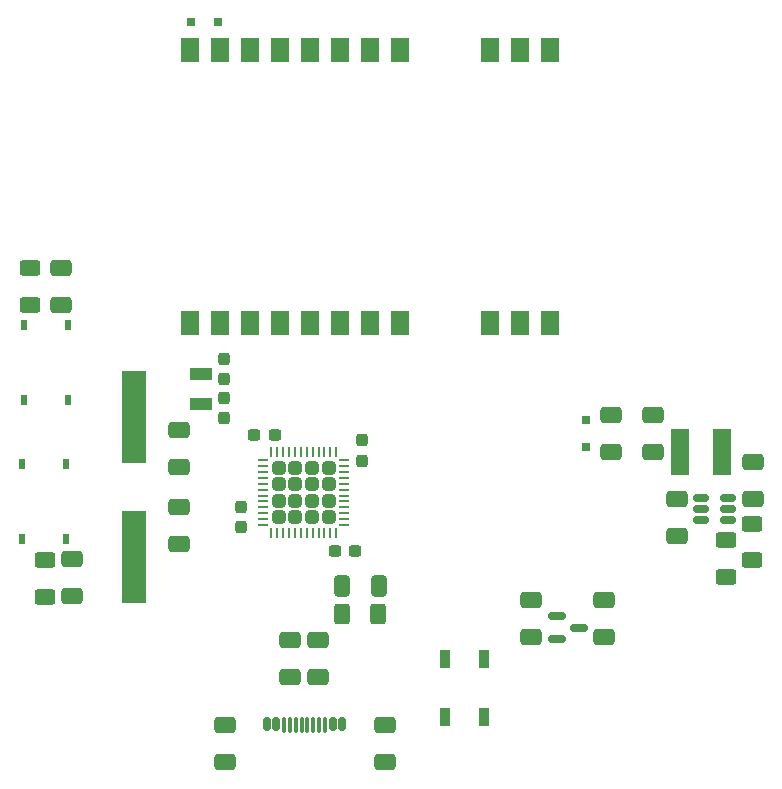
<source format=gtp>
G04 #@! TF.GenerationSoftware,KiCad,Pcbnew,8.0.5*
G04 #@! TF.CreationDate,2025-03-07T10:13:00-08:00*
G04 #@! TF.ProjectId,Telemetry PCB V2,54656c65-6d65-4747-9279-205043422056,rev?*
G04 #@! TF.SameCoordinates,Original*
G04 #@! TF.FileFunction,Paste,Top*
G04 #@! TF.FilePolarity,Positive*
%FSLAX46Y46*%
G04 Gerber Fmt 4.6, Leading zero omitted, Abs format (unit mm)*
G04 Created by KiCad (PCBNEW 8.0.5) date 2025-03-07 10:13:00*
%MOMM*%
%LPD*%
G01*
G04 APERTURE LIST*
G04 Aperture macros list*
%AMRoundRect*
0 Rectangle with rounded corners*
0 $1 Rounding radius*
0 $2 $3 $4 $5 $6 $7 $8 $9 X,Y pos of 4 corners*
0 Add a 4 corners polygon primitive as box body*
4,1,4,$2,$3,$4,$5,$6,$7,$8,$9,$2,$3,0*
0 Add four circle primitives for the rounded corners*
1,1,$1+$1,$2,$3*
1,1,$1+$1,$4,$5*
1,1,$1+$1,$6,$7*
1,1,$1+$1,$8,$9*
0 Add four rect primitives between the rounded corners*
20,1,$1+$1,$2,$3,$4,$5,0*
20,1,$1+$1,$4,$5,$6,$7,0*
20,1,$1+$1,$6,$7,$8,$9,0*
20,1,$1+$1,$8,$9,$2,$3,0*%
G04 Aperture macros list end*
%ADD10RoundRect,0.250000X0.650000X-0.412500X0.650000X0.412500X-0.650000X0.412500X-0.650000X-0.412500X0*%
%ADD11RoundRect,0.250000X-0.315000X-0.315000X0.315000X-0.315000X0.315000X0.315000X-0.315000X0.315000X0*%
%ADD12RoundRect,0.062500X-0.375000X-0.062500X0.375000X-0.062500X0.375000X0.062500X-0.375000X0.062500X0*%
%ADD13RoundRect,0.062500X-0.062500X-0.375000X0.062500X-0.375000X0.062500X0.375000X-0.062500X0.375000X0*%
%ADD14R,0.711200X0.711200*%
%ADD15RoundRect,0.250000X-0.625000X0.400000X-0.625000X-0.400000X0.625000X-0.400000X0.625000X0.400000X0*%
%ADD16RoundRect,0.237500X0.237500X-0.300000X0.237500X0.300000X-0.237500X0.300000X-0.237500X-0.300000X0*%
%ADD17RoundRect,0.150000X-0.150000X-0.435000X0.150000X-0.435000X0.150000X0.435000X-0.150000X0.435000X0*%
%ADD18RoundRect,0.150000X-0.150000X-0.447500X0.150000X-0.447500X0.150000X0.447500X-0.150000X0.447500X0*%
%ADD19RoundRect,0.075000X-0.075000X-0.575000X0.075000X-0.575000X0.075000X0.575000X-0.075000X0.575000X0*%
%ADD20RoundRect,0.250000X-0.650000X0.412500X-0.650000X-0.412500X0.650000X-0.412500X0.650000X0.412500X0*%
%ADD21R,1.498600X3.987800*%
%ADD22RoundRect,0.250000X0.625000X-0.400000X0.625000X0.400000X-0.625000X0.400000X-0.625000X-0.400000X0*%
%ADD23RoundRect,0.237500X-0.237500X0.300000X-0.237500X-0.300000X0.237500X-0.300000X0.237500X0.300000X0*%
%ADD24R,1.510000X2.080000*%
%ADD25R,0.558800X0.950500*%
%ADD26RoundRect,0.150000X-0.587500X-0.150000X0.587500X-0.150000X0.587500X0.150000X-0.587500X0.150000X0*%
%ADD27RoundRect,0.250000X0.400000X0.625000X-0.400000X0.625000X-0.400000X-0.625000X0.400000X-0.625000X0*%
%ADD28R,1.900000X1.100000*%
%ADD29R,2.000000X7.875000*%
%ADD30RoundRect,0.237500X-0.300000X-0.237500X0.300000X-0.237500X0.300000X0.237500X-0.300000X0.237500X0*%
%ADD31RoundRect,0.237500X0.300000X0.237500X-0.300000X0.237500X-0.300000X-0.237500X0.300000X-0.237500X0*%
%ADD32RoundRect,0.250000X0.412500X0.650000X-0.412500X0.650000X-0.412500X-0.650000X0.412500X-0.650000X0*%
%ADD33RoundRect,0.150000X-0.512500X-0.150000X0.512500X-0.150000X0.512500X0.150000X-0.512500X0.150000X0*%
%ADD34RoundRect,0.090000X0.360000X-0.660000X0.360000X0.660000X-0.360000X0.660000X-0.360000X-0.660000X0*%
G04 APERTURE END LIST*
D10*
X169875000Y-103579999D03*
X169875000Y-100454999D03*
D11*
X148512500Y-89260000D03*
X148512500Y-90660000D03*
X148512500Y-92060000D03*
X148512500Y-93460000D03*
X149912500Y-89260000D03*
X149912500Y-90660000D03*
X149912500Y-92060000D03*
X149912500Y-93460000D03*
X151312500Y-89260000D03*
X151312500Y-90660000D03*
X151312500Y-92060000D03*
X151312500Y-93460000D03*
X152712500Y-89260000D03*
X152712500Y-90660000D03*
X152712500Y-92060000D03*
X152712500Y-93460000D03*
D12*
X147175000Y-88610000D03*
X147175000Y-89110000D03*
X147175000Y-89610000D03*
X147175000Y-90110000D03*
X147175000Y-90610000D03*
X147175000Y-91110000D03*
X147175000Y-91610000D03*
X147175000Y-92110000D03*
X147175000Y-92610000D03*
X147175000Y-93110000D03*
X147175000Y-93610000D03*
X147175000Y-94110000D03*
D13*
X147862500Y-94797500D03*
X148362500Y-94797500D03*
X148862500Y-94797500D03*
X149362500Y-94797500D03*
X149862500Y-94797500D03*
X150362500Y-94797500D03*
X150862500Y-94797500D03*
X151362500Y-94797500D03*
X151862500Y-94797500D03*
X152362500Y-94797500D03*
X152862500Y-94797500D03*
X153362500Y-94797500D03*
D12*
X154050000Y-94110000D03*
X154050000Y-93610000D03*
X154050000Y-93110000D03*
X154050000Y-92610000D03*
X154050000Y-92110000D03*
X154050000Y-91610000D03*
X154050000Y-91110000D03*
X154050000Y-90610000D03*
X154050000Y-90110000D03*
X154050000Y-89610000D03*
X154050000Y-89110000D03*
X154050000Y-88610000D03*
D13*
X153362500Y-87922500D03*
X152862500Y-87922500D03*
X152362500Y-87922500D03*
X151862500Y-87922500D03*
X151362500Y-87922500D03*
X150862500Y-87922500D03*
X150362500Y-87922500D03*
X149862500Y-87922500D03*
X149362500Y-87922500D03*
X148862500Y-87922500D03*
X148362500Y-87922500D03*
X147862500Y-87922500D03*
D14*
X143330000Y-51550000D03*
X141044000Y-51550000D03*
D10*
X143925000Y-114200000D03*
X143925000Y-111075000D03*
D15*
X188590000Y-93989999D03*
X188590000Y-97090001D03*
D16*
X145288000Y-94308001D03*
X145288000Y-92583001D03*
D17*
X147475000Y-110945000D03*
D18*
X148275000Y-110957500D03*
D19*
X149425000Y-111010000D03*
X150425000Y-111010000D03*
X150925000Y-111010000D03*
X151925000Y-111010000D03*
D18*
X153075000Y-110957500D03*
D17*
X153875000Y-110945000D03*
X153875000Y-110945000D03*
D18*
X153075000Y-110957500D03*
D19*
X152425000Y-111010000D03*
X151425000Y-111010000D03*
X149925000Y-111010000D03*
X148925000Y-111010000D03*
D18*
X148275000Y-110957500D03*
D17*
X147475000Y-110945000D03*
D20*
X130990000Y-97010000D03*
X130990000Y-100135000D03*
X149480000Y-103875000D03*
X149480000Y-107000000D03*
D10*
X157450000Y-114180000D03*
X157450000Y-111055000D03*
D21*
X186025000Y-87900000D03*
X182443600Y-87900000D03*
D22*
X128720000Y-100160000D03*
X128720000Y-97060000D03*
D10*
X188620000Y-91870000D03*
X188620000Y-88745000D03*
D23*
X143870000Y-83315002D03*
X143870000Y-85040002D03*
D24*
X171425000Y-53857500D03*
X168885000Y-53857500D03*
X166345000Y-53857500D03*
X158745000Y-53857500D03*
X156205000Y-53857500D03*
X153665000Y-53857500D03*
X151125000Y-53857500D03*
X148585000Y-53857500D03*
X146045000Y-53857500D03*
X143505000Y-53857500D03*
X140965000Y-53857500D03*
X140965000Y-77007500D03*
X143505000Y-77007500D03*
X146045000Y-77007500D03*
X148585000Y-77007500D03*
X151125000Y-77007500D03*
X153665000Y-77007500D03*
X156205000Y-77007500D03*
X158745000Y-77007500D03*
X166345000Y-77007500D03*
X168885000Y-77007500D03*
X171425000Y-77007500D03*
D25*
X126750002Y-95270698D03*
X130450000Y-95270698D03*
X130450000Y-88910000D03*
X126750002Y-88910000D03*
D26*
X172049999Y-101839999D03*
X172049999Y-103739999D03*
X173925000Y-102789999D03*
D20*
X130049999Y-72357849D03*
X130049999Y-75482849D03*
D27*
X156925000Y-101600000D03*
X153825000Y-101600000D03*
D28*
X141910000Y-81320001D03*
X141910000Y-83820001D03*
D29*
X136275000Y-84974999D03*
X136275000Y-96849999D03*
D30*
X153214999Y-96266000D03*
X154939999Y-96266000D03*
D23*
X155575000Y-86920999D03*
X155575000Y-88645999D03*
D10*
X140075000Y-89150000D03*
X140075000Y-86025000D03*
D15*
X186320000Y-95400000D03*
X186320000Y-98500002D03*
D31*
X148156001Y-86487000D03*
X146431001Y-86487000D03*
D23*
X143860000Y-80015002D03*
X143860000Y-81740002D03*
D14*
X174501400Y-85193601D03*
X174501400Y-87479601D03*
D10*
X180172501Y-87904601D03*
X180172501Y-84779601D03*
D32*
X156950000Y-99300000D03*
X153825000Y-99300000D03*
D20*
X140075000Y-92550000D03*
X140075000Y-95675000D03*
D25*
X130609999Y-77129651D03*
X126910001Y-77129651D03*
X126910001Y-83490349D03*
X130609999Y-83490349D03*
D33*
X184253899Y-91799600D03*
X184253899Y-92749600D03*
X184253899Y-93699600D03*
X186528899Y-93699600D03*
X186528899Y-92749600D03*
X186528899Y-91799600D03*
D20*
X151800000Y-103875000D03*
X151800000Y-107000000D03*
D34*
X162550000Y-110325000D03*
X165850000Y-110325000D03*
X165850000Y-105425000D03*
X162550000Y-105425000D03*
D15*
X127399999Y-72350349D03*
X127399999Y-75450349D03*
D10*
X176620000Y-87904601D03*
X176620000Y-84779601D03*
X182178899Y-95004601D03*
X182178899Y-91879601D03*
X176065000Y-103550000D03*
X176065000Y-100425000D03*
M02*

</source>
